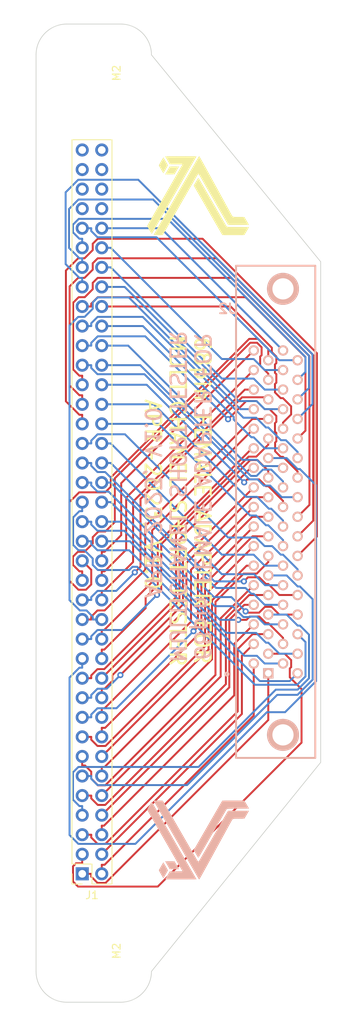
<source format=kicad_pcb>
(kicad_pcb (version 20221018) (generator pcbnew)
  (layers (0 "F.Cu" signal) (31 "B.Cu" signal) (34 "B.Paste" user) (35 "F.Paste" user) (36 "B.SilkS" user "B.Silkscreen") (37 "F.SilkS" user "F.Silkscreen") (38 "B.Mask" user) (39 "F.Mask" user) (44 "Edge.Cuts" user))
  (net 0 "")
  (net 1 "CH01")
  (net 2 "CH02")
  (net 3 "CH03")
  (net 4 "CH04")
  (net 5 "CH05")
  (net 6 "CH06")
  (net 7 "CH07")
  (net 8 "CH08")
  (net 9 "CH09")
  (net 10 "CH10")
  (net 11 "CH11")
  (net 12 "CH12")
  (net 13 "CH13")
  (net 14 "CH14")
  (net 15 "CH15")
  (net 16 "CH16")
  (net 17 "CH17")
  (net 18 "CH18")
  (net 19 "CH19")
  (net 20 "CH20")
  (net 21 "CH21")
  (net 22 "CH22")
  (net 23 "CH23")
  (net 24 "CH24")
  (net 25 "CH25")
  (net 26 "CH26")
  (net 27 "CH27")
  (net 28 "CH28")
  (net 29 "CH29")
  (net 30 "CH30")
  (net 31 "CH31")
  (net 32 "CH32")
  (net 33 "CH33")
  (net 34 "CH34")
  (net 35 "CH35")
  (net 36 "CH36")
  (net 37 "CH37")
  (net 38 "CH38")
  (net 39 "CH39")
  (net 40 "CH40")
  (net 41 "CH41")
  (net 42 "CH42")
  (net 43 "CH43")
  (net 44 "CH44")
  (net 45 "CH45")
  (net 46 "CH46")
  (net 47 "CH47")
  (net 48 "CH48")
  (net 49 "CH49")
  (net 50 "CH50")
  (net 51 "CH51")
  (net 52 "CH52")
  (net 53 "CH53")
  (net 54 "CH54")
  (net 55 "CH55")
  (net 56 "CH56")
  (net 57 "CH57")
  (net 58 "CH58")
  (net 59 "CH59")
  (net 60 "CH60")
  (net 61 "CH61")
  (net 62 "CH62")
  (net 63 "CH63")
  (net 64 "CH64")
  (net 65 "CH65")
  (net 66 "CH66")
  (net 67 "CH67")
  (net 68 "CH68")
  (net 69 "CH69")
  (net 70 "CH70")
  (net 71 "CH71")
  (net 72 "CH72")
  (net 73 "CH73")
  (net 74 "CH74")
  (net 75 "CH75")
  (net 76 "CH76")
  (footprint "Connector_PinSocket_2.54mm:PinSocket_2x38_P2.54mm_Vertical" (layer "F.Cu") (at 78 134.47 180)
    (fp_text reference "J1")
    (fp_text value "Conn_02x38_Counter_Clockwise")
  )
  (footprint "MountingHole:MountingHole_2.2mm_M2" (layer "F.Cu") (at 79.265 30.5 -90)
    (fp_text reference "M2")
    (fp_text value "MountingHole_2.2mm_M2")
  )
  (footprint "MountingHole:MountingHole_2.2mm_M2" (layer "F.Cu") (at 79.265 144.48 -90)
    (fp_text reference "M2")
    (fp_text value "MountingHole_2.2mm_M2")
  )
  (footprint "skLib:lamda15mm" (layer "F.Cu") (at 93 46.5)
    (fp_text reference "G***" hide)
    (fp_text value "LOGO" hide)
  )
  (footprint "skLib:2-5787394-7_SSC_68pin_RighAngleFemale" (layer "B.Cu") (at 103.1475 84.935 -90)
    (fp_text reference "J2")
    (fp_text value "Conn_02x34_Counter_Clockwise" hide)
  )
  (footprint "skLib:lamda15mm" (layer "B.Cu") (at 93 130)
    (fp_text reference "G***" hide)
    (fp_text value "LOGO" hide)
  )
  (gr_line (start 87 28.14) (end 109 55) (stroke (width 0.1)) (layer "Edge.Cuts"))
  (gr_arc (start 72 28.14) (mid 73.171573 25.311573) (end 76 24.14) (stroke (width 0.1)) (layer "Edge.Cuts"))
  (gr_line (start 109 55) (end 109 120) (stroke (width 0.1)) (layer "Edge.Cuts"))
  (gr_line (start 109 120) (end 87 147.14) (stroke (width 0.1)) (layer "Edge.Cuts"))
  (gr_arc (start 83 24.14) (mid 85.828427 25.311573) (end 87 28.14) (stroke (width 0.1)) (layer "Edge.Cuts"))
  (gr_line (start 83 151.14) (end 76 151.14) (stroke (width 0.1)) (layer "Edge.Cuts"))
  (gr_arc (start 76 151.14) (mid 73.171573 149.968427) (end 72 147.14) (stroke (width 0.1)) (layer "Edge.Cuts"))
  (gr_line (start 83 24.14) (end 76 24.14) (stroke (width 0.1)) (layer "Edge.Cuts"))
  (gr_arc (start 87 147.14) (mid 85.828427 149.968427) (end 83 151.14) (stroke (width 0.1)) (layer "Edge.Cuts"))
  (gr_line (start 72 28.14) (end 72 147.14) (stroke (width 0.1)) (layer "Edge.Cuts"))
  (gr_text "68pin FEMALE ADAPTER FOR\nMULTICHANEL SHORT TESTER\nAPR-2023, V1.0 " (at 86 85.5 -90) (layer "B.SilkS") (effects (font (size 2 2) (thickness 0.3)) (justify bottom mirror)))
  (gr_text "68pin FEMALE ADAPTER FOR\nMULTICHANEL SHORT TESTER\nAPR-2023, V1.0 " (at 86 86 270) (layer "F.SilkS") (effects (font (size 2 2) (thickness 0.3)) (justify bottom)))
  (segment (start 79.1751 134.8372) (end 79.9869 135.649) (width 0.25) (layer "F.Cu") (net 1))
  (segment (start 102.19 114.493) (end 102.19 108.43) (width 0.25) (layer "F.Cu") (net 1))
  (segment (start 79.9869 135.649) (end 81.034 135.649) (width 0.25) (layer "F.Cu") (net 1))
  (segment (start 78 134.47) (end 79.1751 134.47) (width 0.25) (layer "F.Cu") (net 1))
  (segment (start 79.1751 134.47) (end 79.1751 134.8372) (width 0.25) (layer "F.Cu") (net 1))
  (segment (start 81.034 135.649) (end 102.19 114.493) (width 0.25) (layer "F.Cu") (net 1))
  (segment (start 80.54 134.47) (end 80.54 133.2949) (width 0.25) (layer "F.Cu") (net 2))
  (segment (start 100.295 113.9071) (end 100.295 107.16) (width 0.25) (layer "F.Cu") (net 2))
  (segment (start 80.54 133.2949) (end 80.9072 133.2949) (width 0.25) (layer "F.Cu") (net 2))
  (segment (start 80.9072 133.2949) (end 100.295 113.9071) (width 0.25) (layer "F.Cu") (net 2))
  (segment (start 105.165 106.7286) (end 104.3264 105.89) (width 0.25) (layer "F.Cu") (net 3))
  (segment (start 104.9816 107.8115) (end 105.165 107.6281) (width 0.25) (layer "F.Cu") (net 3))
  (segment (start 76.8043 133.4929) (end 76.8043 135.4687) (width 0.25) (layer "F.Cu") (net 3))
  (segment (start 76.8043 135.4687) (end 77.4603 136.1247) (width 0.25) (layer "F.Cu") (net 3))
  (segment (start 104.9816 108.9495) (end 104.9816 107.8115) (width 0.25) (layer "F.Cu") (net 3))
  (segment (start 106.5118 117.4346) (end 106.5118 110.4797) (width 0.25) (layer "F.Cu") (net 3))
  (segment (start 77.1921 133.1051) (end 76.8043 133.4929) (width 0.25) (layer "F.Cu") (net 3))
  (segment (start 78 131.93) (end 78 133.1051) (width 0.25) (layer "F.Cu") (net 3))
  (segment (start 105.165 107.6281) (end 105.165 106.7286) (width 0.25) (layer "F.Cu") (net 3))
  (segment (start 77.4603 136.1247) (end 87.8217 136.1247) (width 0.25) (layer "F.Cu") (net 3))
  (segment (start 87.8217 136.1247) (end 106.5118 117.4346) (width 0.25) (layer "F.Cu") (net 3))
  (segment (start 78 133.1051) (end 77.1921 133.1051) (width 0.25) (layer "F.Cu") (net 3))
  (segment (start 104.3264 105.89) (end 102.19 105.89) (width 0.25) (layer "F.Cu") (net 3))
  (segment (start 106.5118 110.4797) (end 104.9816 108.9495) (width 0.25) (layer "F.Cu") (net 3))
  (segment (start 98.7552 113.7148) (end 98.7552 106.1598) (width 0.25) (layer "F.Cu") (net 4))
  (segment (start 80.54 131.93) (end 98.7552 113.7148) (width 0.25) (layer "F.Cu") (net 4))
  (segment (start 98.7552 106.1598) (end 100.295 104.62) (width 0.25) (layer "F.Cu") (net 4))
  (segment (start 98.2109 113.3811) (end 98.2109 105.2896) (width 0.25) (layer "F.Cu") (net 5))
  (segment (start 79.1751 129.39) (end 79.1751 129.7572) (width 0.25) (layer "F.Cu") (net 5))
  (segment (start 80.0022 130.5843) (end 81.0077 130.5843) (width 0.25) (layer "F.Cu") (net 5))
  (segment (start 79.1751 129.7572) (end 80.0022 130.5843) (width 0.25) (layer "F.Cu") (net 5))
  (segment (start 100.1505 103.35) (end 102.19 103.35) (width 0.25) (layer "F.Cu") (net 5))
  (segment (start 98.2109 105.2896) (end 100.1505 103.35) (width 0.25) (layer "F.Cu") (net 5))
  (segment (start 78 129.39) (end 79.1751 129.39) (width 0.25) (layer "F.Cu") (net 5))
  (segment (start 81.0077 130.5843) (end 98.2109 113.3811) (width 0.25) (layer "F.Cu") (net 5))
  (segment (start 97.7607 111.2933) (end 80.8391 128.2149) (width 0.25) (layer "F.Cu") (net 6))
  (segment (start 80.54 129.39) (end 80.54 128.2149) (width 0.25) (layer "F.Cu") (net 6))
  (segment (start 100.295 102.08) (end 97.7607 104.6143) (width 0.25) (layer "F.Cu") (net 6))
  (segment (start 97.7607 104.6143) (end 97.7607 111.2933) (width 0.25) (layer "F.Cu") (net 6))
  (segment (start 80.8391 128.2149) (end 80.54 128.2149) (width 0.25) (layer "F.Cu") (net 6))
  (segment (start 104.5775 100.81) (end 106.0068 102.2393) (width 0.25) (layer "B.Cu") (net 7))
  (segment (start 77.6328 125.6749) (end 78 125.6749) (width 0.25) (layer "B.Cu") (net 7))
  (segment (start 106.0068 102.2393) (end 106.3036 102.2393) (width 0.25) (layer "B.Cu") (net 7))
  (segment (start 106.3036 102.2393) (end 107.4788 103.4145) (width 0.25) (layer "B.Cu") (net 7))
  (segment (start 76.802 121.2917) (end 76.802 124.8441) (width 0.25) (layer "B.Cu") (net 7))
  (segment (start 107.4788 103.4145) (end 107.4788 109.0821) (width 0.25) (layer "B.Cu") (net 7))
  (segment (start 77.4989 120.5948) (end 76.802 121.2917) (width 0.25) (layer "B.Cu") (net 7))
  (segment (start 103.165 110.555) (end 93.1252 120.5948) (width 0.25) (layer "B.Cu") (net 7))
  (segment (start 106.0059 110.555) (end 103.165 110.555) (width 0.25) (layer "B.Cu") (net 7))
  (segment (start 93.1252 120.5948) (end 77.4989 120.5948) (width 0.25) (layer "B.Cu") (net 7))
  (segment (start 107.4788 109.0821) (end 106.0059 110.555) (width 0.25) (layer "B.Cu") (net 7))
  (segment (start 76.802 124.8441) (end 77.6328 125.6749) (width 0.25) (layer "B.Cu") (net 7))
  (segment (start 102.19 100.81) (end 104.5775 100.81) (width 0.25) (layer "B.Cu") (net 7))
  (segment (start 78 126.85) (end 78 125.6749) (width 0.25) (layer "B.Cu") (net 7))
  (segment (start 100.295 99.54) (end 99.0705 99.54) (width 0.25) (layer "F.Cu") (net 8))
  (segment (start 99.0705 99.54) (end 97.1244 101.4861) (width 0.25) (layer "F.Cu") (net 8))
  (segment (start 97.1244 101.4861) (end 97.1244 110.2656) (width 0.25) (layer "F.Cu") (net 8))
  (segment (start 97.1244 110.2656) (end 80.54 126.85) (width 0.25) (layer "F.Cu") (net 8))
  (segment (start 99.7024 98.27) (end 96.6743 101.2981) (width 0.25) (layer "F.Cu") (net 9))
  (segment (start 80.0232 125.5253) (end 79.1751 124.6772) (width 0.25) (layer "F.Cu") (net 9))
  (segment (start 96.6743 101.2981) (end 96.6743 109.8415) (width 0.25) (layer "F.Cu") (net 9))
  (segment (start 102.19 98.27) (end 99.7024 98.27) (width 0.25) (layer "F.Cu") (net 9))
  (segment (start 80.9905 125.5253) (end 80.0232 125.5253) (width 0.25) (layer "F.Cu") (net 9))
  (segment (start 79.1751 124.6772) (end 79.1751 124.31) (width 0.25) (layer "F.Cu") (net 9))
  (segment (start 96.6743 109.8415) (end 80.9905 125.5253) (width 0.25) (layer "F.Cu") (net 9))
  (segment (start 78 124.31) (end 79.1751 124.31) (width 0.25) (layer "F.Cu") (net 9))
  (segment (start 95.9991 101.2959) (end 100.295 97) (width 0.25) (layer "F.Cu") (net 10))
  (segment (start 80.54 124.31) (end 95.9991 108.8509) (width 0.25) (layer "F.Cu") (net 10))
  (segment (start 95.9991 108.8509) (end 95.9991 101.2959) (width 0.25) (layer "F.Cu") (net 10))
  (segment (start 79.1751 121.77) (end 79.1751 122.1372) (width 0.25) (layer "B.Cu") (net 11))
  (segment (start 106.3036 97.1593) (end 106.0068 97.1593) (width 0.25) (layer "B.Cu") (net 11))
  (segment (start 78 121.77) (end 79.1751 121.77) (width 0.25) (layer "B.Cu") (net 11))
  (segment (start 107.9545 109.2632) (end 107.9545 98.8102) (width 0.25) (layer "B.Cu") (net 11))
  (segment (start 107.9545 98.8102) (end 106.3036 97.1593) (width 0.25) (layer "B.Cu") (net 11))
  (segment (start 79.1751 122.1372) (end 79.988 122.9501) (width 0.25) (layer "B.Cu") (net 11))
  (segment (start 79.988 122.9501) (end 91.6313 122.9501) (width 0.25) (layer "B.Cu") (net 11))
  (segment (start 106.0068 97.1593) (end 104.5775 95.73) (width 0.25) (layer "B.Cu") (net 11))
  (segment (start 105.9876 111.2301) (end 107.9545 109.2632) (width 0.25) (layer "B.Cu") (net 11))
  (segment (start 104.5775 95.73) (end 102.19 95.73) (width 0.25) (layer "B.Cu") (net 11))
  (segment (start 103.3513 111.2301) (end 105.9876 111.2301) (width 0.25) (layer "B.Cu") (net 11))
  (segment (start 91.6313 122.9501) (end 103.3513 111.2301) (width 0.25) (layer "B.Cu") (net 11))
  (segment (start 80.9072 120.5949) (end 80.54 120.5949) (width 0.25) (layer "F.Cu") (net 12))
  (segment (start 80.54 121.77) (end 80.54 120.5949) (width 0.25) (layer "F.Cu") (net 12))
  (segment (start 94.8739 98.9575) (end 94.8739 106.6282) (width 0.25) (layer "F.Cu") (net 12))
  (segment (start 100.295 94.46) (end 99.3714 94.46) (width 0.25) (layer "F.Cu") (net 12))
  (segment (start 99.3714 94.46) (end 94.8739 98.9575) (width 0.25) (layer "F.Cu") (net 12))
  (segment (start 94.8739 106.6282) (end 80.9072 120.5949) (width 0.25) (layer "F.Cu") (net 12))
  (segment (start 98.9894 95.4915) (end 95.3241 99.1568) (width 0.25) (layer "F.Cu") (net 13))
  (segment (start 95.3241 99.1568) (end 95.3241 108.6482) (width 0.25) (layer "F.Cu") (net 13))
  (segment (start 102.19 93.19) (end 102.19 93.9876) (width 0.25) (layer "F.Cu") (net 13))
  (segment (start 102.19 93.9876) (end 100.6861 95.4915) (width 0.25) (layer "F.Cu") (net 13))
  (segment (start 95.3241 108.6482) (end 80.987 122.9853) (width 0.25) (layer "F.Cu") (net 13))
  (segment (start 78.3673 120.4051) (end 78 120.4051) (width 0.25) (layer "F.Cu") (net 13))
  (segment (start 79.1751 121.2129) (end 78.3673 120.4051) (width 0.25) (layer "F.Cu") (net 13))
  (segment (start 80.987 122.9853) (end 80.0544 122.9853) (width 0.25) (layer "F.Cu") (net 13))
  (segment (start 79.1751 122.106) (end 79.1751 121.2129) (width 0.25) (layer "F.Cu") (net 13))
  (segment (start 78 119.23) (end 78 120.4051) (width 0.25) (layer "F.Cu") (net 13))
  (segment (start 80.0544 122.9853) (end 79.1751 122.106) (width 0.25) (layer "F.Cu") (net 13))
  (segment (start 100.6861 95.4915) (end 98.9894 95.4915) (width 0.25) (layer "F.Cu") (net 13))
  (segment (start 94.4238 97.7912) (end 94.4238 105.3462) (width 0.25) (layer "F.Cu") (net 14))
  (segment (start 100.295 91.92) (end 94.4238 97.7912) (width 0.25) (layer "F.Cu") (net 14))
  (segment (start 94.4238 105.3462) (end 80.54 119.23) (width 0.25) (layer "F.Cu") (net 14))
  (segment (start 79.9879 117.87) (end 81.0239 117.87) (width 0.25) (layer "F.Cu") (net 15))
  (segment (start 93.9736 104.9203) (end 93.9736 96.8194) (width 0.25) (layer "F.Cu") (net 15))
  (segment (start 100.143 90.65) (end 102.19 90.65) (width 0.25) (layer "F.Cu") (net 15))
  (segment (start 79.1751 117.0572) (end 79.9879 117.87) (width 0.25) (layer "F.Cu") (net 15))
  (segment (start 81.0239 117.87) (end 93.9736 104.9203) (width 0.25) (layer "F.Cu") (net 15))
  (segment (start 78 116.69) (end 79.1751 116.69) (width 0.25) (layer "F.Cu") (net 15))
  (segment (start 93.9736 96.8194) (end 100.143 90.65) (width 0.25) (layer "F.Cu") (net 15))
  (segment (start 79.1751 116.69) (end 79.1751 117.0572) (width 0.25) (layer "F.Cu") (net 15))
  (segment (start 93.493 103.0026) (end 93.493 96.182) (width 0.25) (layer "F.Cu") (net 16))
  (segment (start 93.493 96.182) (end 100.295 89.38) (width 0.25) (layer "F.Cu") (net 16))
  (segment (start 80.9807 115.5149) (end 93.493 103.0026) (width 0.25) (layer "F.Cu") (net 16))
  (segment (start 80.54 116.69) (end 80.54 115.5149) (width 0.25) (layer "F.Cu") (net 16))
  (segment (start 80.54 115.5149) (end 80.9807 115.5149) (width 0.25) (layer "F.Cu") (net 16))
  (segment (start 100.1161 88.11) (end 102.19 88.11) (width 0.25) (layer "F.Cu") (net 17))
  (segment (start 93.0429 102.3905) (end 93.0429 95.1832) (width 0.25) (layer "F.Cu") (net 17))
  (segment (start 93.0429 95.1832) (end 100.1161 88.11) (width 0.25) (layer "F.Cu") (net 17))
  (segment (start 92.467 102.9664) (end 93.0429 102.3905) (width 0.25) (layer "F.Cu") (net 17))
  (via (at 92.467 102.9664) (size 0.8) (drill 0.4) (layers "F.Cu" "B.Cu") (net 17))
  (segment (start 78 114.15) (end 79.1751 114.15) (width 0.25) (layer "B.Cu") (net 17))
  (segment (start 79.9829 112.9749) (end 82.4585 112.9749) (width 0.25) (layer "B.Cu") (net 17))
  (segment (start 79.1751 113.7827) (end 79.9829 112.9749) (width 0.25) (layer "B.Cu") (net 17))
  (segment (start 79.1751 114.15) (end 79.1751 113.7827) (width 0.25) (layer "B.Cu") (net 17))
  (segment (start 82.4585 112.9749) (end 92.467 102.9664) (width 0.25) (layer "B.Cu") (net 17))
  (segment (start 92.1427 101.7394) (end 92.1427 94.9923) (width 0.25) (layer "F.Cu") (net 18))
  (segment (start 92.1427 94.9923) (end 100.295 86.84) (width 0.25) (layer "F.Cu") (net 18))
  (segment (start 80.54 114.15) (end 80.54 112.9749) (width 0.25) (layer "F.Cu") (net 18))
  (segment (start 80.9072 112.9749) (end 92.1427 101.7394) (width 0.25) (layer "F.Cu") (net 18))
  (segment (start 80.54 112.9749) (end 80.9072 112.9749) (width 0.25) (layer "F.Cu") (net 18))
  (segment (start 91.5434 100.0804) (end 91.5434 94.1132) (width 0.25) (layer "F.Cu") (net 19))
  (segment (start 91.5434 94.1132) (end 100.0866 85.57) (width 0.25) (layer "F.Cu") (net 19))
  (segment (start 82.9628 108.661) (end 91.5434 100.0804) (width 0.25) (layer "F.Cu") (net 19))
  (segment (start 100.0866 85.57) (end 102.19 85.57) (width 0.25) (layer "F.Cu") (net 19))
  (via (at 82.9628 108.661) (size 0.8) (drill 0.4) (layers "F.Cu" "B.Cu") (net 19))
  (segment (start 79.1751 111.61) (end 79.1751 111.2427) (width 0.25) (layer "B.Cu") (net 19))
  (segment (start 81.1889 110.4349) (end 82.9628 108.661) (width 0.25) (layer "B.Cu") (net 19))
  (segment (start 79.1751 111.2427) (end 79.9829 110.4349) (width 0.25) (layer "B.Cu") (net 19))
  (segment (start 78 111.61) (end 79.1751 111.61) (width 0.25) (layer "B.Cu") (net 19))
  (segment (start 79.9829 110.4349) (end 81.1889 110.4349) (width 0.25) (layer "B.Cu") (net 19))
  (segment (start 91.0932 93.5018) (end 91.0932 99.5052) (width 0.25) (layer "F.Cu") (net 20))
  (segment (start 91.0932 99.5052) (end 81.9119 108.6865) (width 0.25) (layer "F.Cu") (net 20))
  (segment (start 100.295 84.3) (end 91.0932 93.5018) (width 0.25) (layer "F.Cu") (net 20))
  (segment (start 81.9119 109.4302) (end 80.9072 110.4349) (width 0.25) (layer "F.Cu") (net 20))
  (segment (start 81.9119 108.6865) (end 81.9119 109.4302) (width 0.25) (layer "F.Cu") (net 20))
  (segment (start 80.9072 110.4349) (end 80.54 110.4349) (width 0.25) (layer "F.Cu") (net 20))
  (segment (start 80.54 111.61) (end 80.54 110.4349) (width 0.25) (layer "F.Cu") (net 20))
  (segment (start 90.1929 90.4064) (end 99.8442 80.7551) (width 0.25) (layer "F.Cu") (net 21))
  (segment (start 100.7952 80.7551) (end 102.19 82.1499) (width 0.25) (layer "F.Cu") (net 21))
  (segment (start 80.8615 107.8949) (end 90.1929 98.5635) (width 0.25) (layer "F.Cu") (net 21))
  (segment (start 90.1929 98.5635) (end 90.1929 90.4064) (width 0.25) (layer "F.Cu") (net 21))
  (segment (start 99.8442 80.7551) (end 100.7952 80.7551) (width 0.25) (layer "F.Cu") (net 21))
  (segment (start 102.19 82.1499) (end 102.19 83.03) (width 0.25) (layer "F.Cu") (net 21))
  (segment (start 78 109.07) (end 79.1751 109.07) (width 0.25) (layer "F.Cu") (net 21))
  (segment (start 79.1751 109.07) (end 79.1751 108.7027) (width 0.25) (layer "F.Cu") (net 21))
  (segment (start 79.9829 107.8949) (end 80.8615 107.8949) (width 0.25) (layer "F.Cu") (net 21))
  (segment (start 79.1751 108.7027) (end 79.9829 107.8949) (width 0.25) (layer "F.Cu") (net 21))
  (segment (start 90.643 98.967) (end 90.643 91.03) (width 0.25) (layer "F.Cu") (net 22))
  (segment (start 80.54 109.07) (end 90.643 98.967) (width 0.25) (layer "F.Cu") (net 22))
  (segment (start 99.913 81.76) (end 100.295 81.76) (width 0.25) (layer "F.Cu") (net 22))
  (segment (start 90.643 91.03) (end 99.913 81.76) (width 0.25) (layer "F.Cu") (net 22))
  (segment (start 77.4992 130.5812) (end 84.9087 130.5812) (width 0.25) (layer "B.Cu") (net 23))
  (segment (start 104.5775 80.49) (end 102.19 80.49) (width 0.25) (layer "B.Cu") (net 23))
  (segment (start 78 107.7051) (end 77.6328 107.7051) (width 0.25) (layer "B.Cu") (net 23))
  (segment (start 76.3518 108.9861) (end 76.3518 129.4338) (width 0.25) (layer "B.Cu") (net 23))
  (segment (start 108.4047 84.0204) (end 106.3036 81.9193) (width 0.25) (layer "B.Cu") (net 23))
  (segment (start 106.0068 81.9193) (end 104.5775 80.49) (width 0.25) (layer "B.Cu") (net 23))
  (segment (start 78 106.53) (end 78 107.7051) (width 0.25) (layer "B.Cu") (net 23))
  (segment (start 104.3678 113.4866) (end 108.4047 109.4497) (width 0.25) (layer "B.Cu") (net 23))
  (segment (start 77.6328 107.7051) (end 76.3518 108.9861) (width 0.25) (layer "B.Cu") (net 23))
  (segment (start 102.0033 113.4866) (end 104.3678 113.4866) (width 0.25) (layer "B.Cu") (net 23))
  (segment (start 76.3518 129.4338) (end 77.4992 130.5812) (width 0.25) (layer "B.Cu") (net 23))
  (segment (start 106.3036 81.9193) (end 106.0068 81.9193) (width 0.25) (layer "B.Cu") (net 23))
  (segment (start 108.4047 109.4497) (end 108.4047 84.0204) (width 0.25) (layer "B.Cu") (net 23))
  (segment (start 84.9087 130.5812) (end 102.0033 113.4866) (width 0.25) (layer "B.Cu") (net 23))
  (segment (start 86.2428 99.9829) (end 80.8708 105.3549) (width 0.25) (layer "F.Cu") (net 24))
  (segment (start 87.8227 91.476) (end 87.8227 97.0001) (width 0.25) (layer "F.Cu") (net 24))
  (segment (start 80.54 106.53) (end 80.54 105.3549) (width 0.25) (layer "F.Cu") (net 24))
  (segment (start 100.295 79.22) (end 100.0787 79.22) (width 0.25) (layer "F.Cu") (net 24))
  (segment (start 80.8708 105.3549) (end 80.54 105.3549) (width 0.25) (layer "F.Cu") (net 24))
  (segment (start 87.8227 97.0001) (end 86.2428 98.58) (width 0.25) (layer "F.Cu") (net 24))
  (segment (start 86.2428 98.58) (end 86.2428 99.9829) (width 0.25) (layer "F.Cu") (net 24))
  (segment (start 100.0787 79.22) (end 87.8227 91.476) (width 0.25) (layer "F.Cu") (net 24))
  (segment (start 100.6327 80.3049) (end 102.19 78.7476) (width 0.25) (layer "F.Cu") (net 25))
  (segment (start 88.2729 97.7046) (end 88.2729 91.6625) (width 0.25) (layer "F.Cu") (net 25))
  (segment (start 102.19 78.7476) (end 102.19 77.95) (width 0.25) (layer "F.Cu") (net 25))
  (segment (start 88.2729 91.6625) (end 99.6305 80.3049) (width 0.25) (layer "F.Cu") (net 25))
  (segment (start 87.7237 98.2538) (end 88.2729 97.7046) (width 0.25) (layer "F.Cu") (net 25))
  (segment (start 99.6305 80.3049) (end 100.6327 80.3049) (width 0.25) (layer "F.Cu") (net 25))
  (via (at 87.7237 98.2538) (size 0.8) (drill 0.4) (layers "F.Cu" "B.Cu") (net 25))
  (segment (start 79.1751 103.6227) (end 79.9829 102.8149) (width 0.25) (layer "B.Cu") (net 25))
  (segment (start 79.9829 102.8149) (end 83.1626 102.8149) (width 0.25) (layer "B.Cu") (net 25))
  (segment (start 83.1626 102.8149) (end 87.7237 98.2538) (width 0.25) (layer "B.Cu") (net 25))
  (segment (start 78 103.99) (end 79.1751 103.99) (width 0.25) (layer "B.Cu") (net 25))
  (segment (start 79.1751 103.99) (end 79.1751 103.6227) (width 0.25) (layer "B.Cu") (net 25))
  (segment (start 80.54 102.8149) (end 80.8517 102.8149) (width 0.25) (layer "F.Cu") (net 26))
  (segment (start 87.0934 89.8816) (end 100.295 76.68) (width 0.25) (layer "F.Cu") (net 26))
  (segment (start 80.54 103.99) (end 80.54 102.8149) (width 0.25) (layer "F.Cu") (net 26))
  (segment (start 80.8517 102.8149) (end 87.0934 96.5732) (width 0.25) (layer "F.Cu") (net 26))
  (segment (start 87.0934 96.5732) (end 87.0934 89.8816) (width 0.25) (layer "F.Cu") (net 26))
  (segment (start 86.1932 94.9939) (end 80.9122 100.2749) (width 0.25) (layer "F.Cu") (net 27))
  (segment (start 102.19 75.41) (end 100.121 75.41) (width 0.25) (layer "F.Cu") (net 27))
  (segment (start 79.9829 100.2749) (end 79.1751 101.0827) (width 0.25) (layer "F.Cu") (net 27))
  (segment (start 100.121 75.41) (end 86.1932 89.3378) (width 0.25) (layer "F.Cu") (net 27))
  (segment (start 80.9122 100.2749) (end 79.9829 100.2749) (width 0.25) (layer "F.Cu") (net 27))
  (segment (start 78 101.45) (end 79.1751 101.45) (width 0.25) (layer "F.Cu") (net 27))
  (segment (start 86.1932 89.3378) (end 86.1932 94.9939) (width 0.25) (layer "F.Cu") (net 27))
  (segment (start 79.1751 101.0827) (end 79.1751 101.45) (width 0.25) (layer "F.Cu") (net 27))
  (segment (start 76.347 98.9381) (end 76.347 63.2822) (width 0.25) (layer "B.Cu") (net 28))
  (segment (start 79.3649 101.45) (end 79.3649 101.0827) (width 0.25) (layer "B.Cu") (net 28))
  (segment (start 98.5639 74.14) (end 100.295 74.14) (width 0.25) (layer "B.Cu") (net 28))
  (segment (start 80.0161 59.633) (end 84.0569 59.633) (width 0.25) (layer "B.Cu") (net 28))
  (segment (start 78.5571 100.2749) (end 77.6838 100.2749) (width 0.25) (layer "B.Cu") (net 28))
  (segment (start 79.3648 60.2843) (end 80.0161 59.633) (width 0.25) (layer "B.Cu") (net 28))
  (segment (start 79.3648 61.1093) (end 79.3648 60.2843) (width 0.25) (layer "B.Cu") (net 28))
  (segment (start 84.0569 59.633) (end 98.5639 74.14) (width 0.25) (layer "B.Cu") (net 28))
  (segment (start 77.6838 100.2749) (end 76.347 98.9381) (width 0.25) (layer "B.Cu") (net 28))
  (segment (start 77.4733 62.1559) (end 78.3182 62.1559) (width 0.25) (layer "B.Cu") (net 28))
  (segment (start 76.347 63.2822) (end 77.4733 62.1559) (width 0.25) (layer "B.Cu") (net 28))
  (segment (start 78.3182 62.1559) (end 79.3648 61.1093) (width 0.25) (layer "B.Cu") (net 28))
  (segment (start 79.3649 101.0827) (end 78.5571 100.2749) (width 0.25) (layer "B.Cu") (net 28))
  (segment (start 80.54 101.45) (end 79.3649 101.45) (width 0.25) (layer "B.Cu") (net 28))
  (segment (start 85.5789 94.5827) (end 85.5789 85.8048) (width 0.25) (layer "F.Cu") (net 29))
  (segment (start 84.8329 95.3287) (end 85.5789 94.5827) (width 0.25) (layer "F.Cu") (net 29))
  (segment (start 98.7835 72.6002) (end 101.9202 72.6002) (width 0.25) (layer "F.Cu") (net 29))
  (segment (start 85.5789 85.8048) (end 98.7835 72.6002) (width 0.25) (layer "F.Cu") (net 29))
  (segment (start 101.9202 72.6002) (end 102.19 72.87) (width 0.25) (layer "F.Cu") (net 29))
  (via (at 84.8329 95.3287) (size 0.8) (drill 0.4) (layers "F.Cu" "B.Cu") (net 29))
  (segment (start 79.1751 98.5427) (end 79.9829 97.7349) (width 0.25) (layer "B.Cu") (net 29))
  (segment (start 82.4267 97.7349) (end 84.8329 95.3287) (width 0.25) (layer "B.Cu") (net 29))
  (segment (start 79.9829 97.7349) (end 82.4267 97.7349) (width 0.25) (layer "B.Cu") (net 29))
  (segment (start 78 98.91) (end 79.1751 98.91) (width 0.25) (layer "B.Cu") (net 29))
  (segment (start 79.1751 98.91) (end 79.1751 98.5427) (width 0.25) (layer "B.Cu") (net 29))
  (segment (start 84.6156 93.9823) (end 84.6156 86.1315) (width 0.25) (layer "F.Cu") (net 30))
  (segment (start 80.54 98.91) (end 80.54 97.7349) (width 0.25) (layer "F.Cu") (net 30))
  (segment (start 99.1471 71.6) (end 100.295 71.6) (width 0.25) (layer "F.Cu") (net 30))
  (segment (start 80.863 97.7349) (end 84.6156 93.9823) (width 0.25) (layer "F.Cu") (net 30))
  (segment (start 80.54 97.7349) (end 80.863 97.7349) (width 0.25) (layer "F.Cu") (net 30))
  (segment (start 84.6156 86.1315) (end 99.1471 71.6) (width 0.25) (layer "F.Cu") (net 30))
  (segment (start 78 96.37) (end 78 95.1949) (width 0.25) (layer "F.Cu") (net 31))
  (segment (start 82.2333 83.1243) (end 99.8428 65.5148) (width 0.25) (layer "F.Cu") (net 31))
  (segment (start 101.1338 68.4762) (end 102.19 69.5324) (width 0.25) (layer "F.Cu") (net 31))
  (segment (start 80.1091 90.02) (end 81.0126 90.02) (width 0.25) (layer "F.Cu") (net 31))
  (segment (start 79.3648 90.7643) (end 80.1091 90.02) (width 0.25) (layer "F.Cu") (net 31))
  (segment (start 102.19 69.5324) (end 102.19 70.33) (width 0.25) (layer "F.Cu") (net 31))
  (segment (start 81.0126 90.02) (end 82.2333 88.7993) (width 0.25) (layer "F.Cu") (net 31))
  (segment (start 82.2333 88.7993) (end 82.2333 83.1243) (width 0.25) (layer "F.Cu") (net 31))
  (segment (start 78 95.1949) (end 77.6328 95.1949) (width 0.25) (layer "F.Cu") (net 31))
  (segment (start 79.3648 91.5893) (end 79.3648 90.7643) (width 0.25) (layer "F.Cu") (net 31))
  (segment (start 101.3195 66.1096) (end 101.3195 67.1325) (width 0.25) (layer "F.Cu") (net 31))
  (segment (start 76.7969 93.297) (end 77.439 92.6549) (width 0.25) (layer "F.Cu") (net 31))
  (segment (start 99.8428 65.5148) (end 100.7247 65.5148) (width 0.25) (layer "F.Cu") (net 31))
  (segment (start 101.1338 67.3182) (end 101.1338 68.4762) (width 0.25) (layer "F.Cu") (net 31))
  (segment (start 78.2992 92.6549) (end 79.3648 91.5893) (width 0.25) (layer "F.Cu") (net 31))
  (segment (start 76.7969 94.359) (end 76.7969 93.297) (width 0.25) (layer "F.Cu") (net 31))
  (segment (start 77.6328 95.1949) (end 76.7969 94.359) (width 0.25) (layer "F.Cu") (net 31))
  (segment (start 77.439 92.6549) (end 78.2992 92.6549) (width 0.25) (layer "F.Cu") (net 31))
  (segment (start 100.7247 65.5148) (end 101.3195 66.1096) (width 0.25) (layer "F.Cu") (net 31))
  (segment (start 101.3195 67.1325) (end 101.1338 67.3182) (width 0.25) (layer "F.Cu") (net 31))
  (segment (start 80.54 95.1949) (end 80.9072 95.1949) (width 0.25) (layer "F.Cu") (net 32))
  (segment (start 83.7154 85.6396) (end 100.295 69.06) (width 0.25) (layer "F.Cu") (net 32))
  (segment (start 83.7154 92.3867) (end 83.7154 85.6396) (width 0.25) (layer "F.Cu") (net 32))
  (segment (start 80.54 96.37) (end 80.54 95.1949) (width 0.25) (layer "F.Cu") (net 32))
  (segment (start 80.9072 95.1949) (end 83.7154 92.3867) (width 0.25) (layer "F.Cu") (net 32))
  (segment (start 78 93.83) (end 79.1752 95.0052) (width 0.25) (layer "F.Cu") (net 33))
  (segment (start 81.7152 83.0057) (end 99.7071 65.0138) (width 0.25) (layer "F.Cu") (net 33))
  (segment (start 78.4871 97.5838) (end 77.5109 97.5838) (width 0.25) (layer "F.Cu") (net 33))
  (segment (start 77.6042 84.94) (end 80.9861 84.94) (width 0.25) (layer "F.Cu") (net 33))
  (segment (start 81.7152 84.2109) (end 81.7152 83.0057) (width 0.25) (layer "F.Cu") (net 33))
  (segment (start 76.3467 96.4196) (end 76.3467 86.1975) (width 0.25) (layer "F.Cu") (net 33))
  (segment (start 102.19 66.3434) (end 102.19 67.79) (width 0.25) (layer "F.Cu") (net 33))
  (segment (start 79.1752 95.0052) (end 79.1752 96.8957) (width 0.25) (layer "F.Cu") (net 33))
  (segment (start 100.8604 65.0138) (end 102.19 66.3434) (width 0.25) (layer "F.Cu") (net 33))
  (segment (start 79.1752 96.8957) (end 78.4871 97.5838) (width 0.25) (layer "F.Cu") (net 33))
  (segment (start 80.9861 84.94) (end 81.7152 84.2109) (width 0.25) (layer "F.Cu") (net 33))
  (segment (start 76.3467 86.1975) (end 77.6042 84.94) (width 0.25) (layer "F.Cu") (net 33))
  (segment (start 99.7071 65.0138) (end 100.8604 65.0138) (width 0.25) (layer "F.Cu") (net 33))
  (segment (start 77.5109 97.5838) (end 76.3467 96.4196) (width 0.25) (layer "F.Cu") (net 33))
  (segment (start 83.07 90.4921) (end 83.07 83.745) (width 0.25) (layer "F.Cu") (net 34))
  (segment (start 80.54 92.6549) (end 80.9072 92.6549) (width 0.25) (layer "F.Cu") (net 34))
  (segment (start 83.07 83.745) (end 100.295 66.52) (width 0.25) (layer "F.Cu") (net 34))
  (segment (start 80.54 93.83) (end 80.54 92.6549) (width 0.25) (layer "F.Cu") (net 34))
  (segment (start 80.9072 92.6549) (end 83.07 90.4921) (width 0.25) (layer "F.Cu") (net 34))
  (segment (start 106 108.43) (end 104.984 109.446) (width 0.25) (layer "B.Cu") (net 35))
  (segment (start 79.9829 92.4651) (end 79.1751 91.6573) (width 0.25) (layer "B.Cu") (net 35))
  (segment (start 104.984 109.446) (end 101.0899 109.446) (width 0.25) (layer "B.Cu") (net 35))
  (segment (start 101.0899 109.446) (end 84.109 92.4651) (width 0.25) (layer "B.Cu") (net 35))
  (segment (start 84.109 92.4651) (end 79.9829 92.4651) (width 0.25) (layer "B.Cu") (net 35))
  (segment (start 79.1751 91.6573) (end 79.1751 91.29) (width 0.25) (layer "B.Cu") (net 35))
  (segment (start 78 91.29) (end 79.1751 91.29) (width 0.25) (layer "B.Cu") (net 35))
  (segment (start 84.1957 91.29) (end 99.0656 106.1599) (width 0.25) (layer "B.Cu") (net 36))
  (segment (start 100.7092 106.1599) (end 101.7093 107.16) (width 0.25) (layer "B.Cu") (net 36))
  (segment (start 101.7093 107.16) (end 104.105 107.16) (width 0.25) (layer "B.Cu") (net 36))
  (segment (start 81.7151 91.29) (end 84.1957 91.29) (width 0.25) (layer "B.Cu") (net 36))
  (segment (start 80.54 91.29) (end 81.7151 91.29) (width 0.25) (layer "B.Cu") (net 36))
  (segment (start 99.0656 106.1599) (end 100.7092 106.1599) (width 0.25) (layer "B.Cu") (net 36))
  (segment (start 79.1751 88.75) (end 79.1751 89.1173) (width 0.25) (layer "B.Cu") (net 37))
  (segment (start 100.6165 103.1907) (end 101.8865 104.4607) (width 0.25) (layer "B.Cu") (net 37))
  (segment (start 101.8865 104.4607) (end 102.1933 104.4607) (width 0.25) (layer "B.Cu") (net 37))
  (segment (start 79.1751 89.1173) (end 79.9829 89.9251) (width 0.25) (layer "B.Cu") (net 37))
  (segment (start 103.6226 105.89) (end 106 105.89) (width 0.25) (layer "B.Cu") (net 37))
  (segment (start 96.7331 103.1907) (end 100.6165 103.1907) (width 0.25) (layer "B.Cu") (net 37))
  (segment (start 79.9829 89.9251) (end 83.4675 89.9251) (width 0.25) (layer "B.Cu") (net 37))
  (segment (start 78 88.75) (end 79.1751 88.75) (width 0.25) (layer "B.Cu") (net 37))
  (segment (start 83.4675 89.9251) (end 96.7331 103.1907) (width 0.25) (layer "B.Cu") (net 37))
  (segment (start 102.1933 104.4607) (end 103.6226 105.89) (width 0.25) (layer "B.Cu") (net 37))
  (segment (start 98.2909 101.4945) (end 99.3531 101.4945) (width 0.25) (layer "F.Cu") (net 38))
  (segment (start 104.105 103.8324) (end 104.105 104.62) (width 0.25) (layer "F.Cu") (net 38))
  (segment (start 102.1933 101.9207) (end 104.105 103.8324) (width 0.25) (layer "F.Cu") (net 38))
  (segment (start 101.0299 101.0641) (end 101.8865 101.9207) (width 0.25) (layer "F.Cu") (net 38))
  (segment (start 99.7835 101.0641) (end 101.0299 101.0641) (width 0.25) (layer "F.Cu") (net 38))
  (segment (start 99.3531 101.4945) (end 99.7835 101.0641) (width 0.25) (layer "F.Cu") (net 38))
  (segment (start 101.8865 101.9207) (end 102.1933 101.9207) (width 0.25) (layer "F.Cu") (net 38))
  (via (at 98.2909 101.4945) (size 0.8) (drill 0.4) (layers "F.Cu" "B.Cu") (net 38))
  (segment (start 95.8984 101.4945) (end 98.2909 101.4945) (width 0.25) (layer "B.Cu") (net 38))
  (segment (start 83.1539 88.75) (end 95.8984 101.4945) (width 0.25) (layer "B.Cu") (net 38))
  (segment (start 80.54 88.75) (end 83.1539 88.75) (width 0.25) (layer "B.Cu") (net 38))
  (segment (start 100.4501 109.9204) (end 85.1333 94.6036) (width 0.25) (layer "B.Cu") (net 39))
  (segment (start 107.0286 104.3786) (end 107.0286 108.8393) (width 0.25) (layer "B.Cu") (net 39))
  (segment (start 84.5327 94.6036) (end 84.11 95.0263) (width 0.25) (layer "B.Cu") (net 39))
  (segment (start 107.0286 108.8393) (end 105.9475 109.9204) (width 0.25) (layer "B.Cu") (net 39))
  (segment (start 79.3648 93.5307) (end 78.2992 92.4651) (width 0.25) (layer "B.Cu") (net 39))
  (segment (start 77.5132 92.4651) (end 76.8196 91.7715) (width 0.25) (layer "B.Cu") (net 39))
  (segment (start 84.11 95.0263) (end 80.0354 95.0263) (width 0.25) (layer "B.Cu") (net 39))
  (segment (start 79.3648 94.3557) (end 79.3648 93.5307) (width 0.25) (layer "B.Cu") (net 39))
  (segment (start 105.9475 109.9204) (end 100.4501 109.9204) (width 0.25) (layer "B.Cu") (net 39))
  (segment (start 76.8196 91.7715) (end 76.8196 88.1983) (width 0.25) (layer "B.Cu") (net 39))
  (segment (start 106 103.35) (end 107.0286 104.3786) (width 0.25) (layer "B.Cu") (net 39))
  (segment (start 80.0354 95.0263) (end 79.3648 94.3557) (width 0.25) (layer "B.Cu") (net 39))
  (segment (start 78 86.21) (end 78 87.3851) (width 0.25) (layer "B.Cu") (net 39))
  (segment (start 76.8196 88.1983) (end 77.6328 87.3851) (width 0.25) (layer "B.Cu") (net 39))
  (segment (start 85.1333 94.6036) (end 84.5327 94.6036) (width 0.25) (layer "B.Cu") (net 39))
  (segment (start 78.2992 92.4651) (end 77.5132 92.4651) (width 0.25) (layer "B.Cu") (net 39))
  (segment (start 77.6328 87.3851) (end 78 87.3851) (width 0.25) (layer "B.Cu") (net 39))
  (segment (start 98.9566 101.1347) (end 97.5425 99.7206) (width 0.25) (layer "B.Cu") (net 40))
  (segment (start 104.105 102.08) (end 101.7176 102.08) (width 0.25) (layer "B.Cu") (net 40))
  (segment (start 95.2257 99.7206) (end 81.7151 86.21) (width 0.25) (layer "B.Cu") (net 40))
  (segment (start 99.7963 101.1347) (end 98.9566 101.1347) (width 0.25) (layer "B.Cu") (net 40))
  (segment (start 100.7118 101.0742) (end 99.8568 101.0742) (width 0.25) (layer "B.Cu") (net 40))
  (segment (start 97.5425 99.7206) (end 95.2257 99.7206) (width 0.25) (layer "B.Cu") (net 40))
  (segment (start 99.8568 101.0742) (end 99.7963 101.1347) (width 0.25) (layer "B.Cu") (net 40))
  (segment (start 80.54 86.21) (end 81.7151 86.21) (width 0.25) (layer "B.Cu") (net 40))
  (segment (start 101.7176 102.08) (end 100.7118 101.0742) (width 0.25) (layer "B.Cu") (net 40))
  (segment (start 103.6226 100.81) (end 102.6184 99.8058) (width 0.25) (layer "F.Cu") (net 41))
  (segment (start 102.6184 99.8058) (end 101.7502 99.8058) (width 0.25) (layer "F.Cu") (net 41))
  (segment (start 101.7502 99.8058) (end 100.9955 100.5605) (width 0.25) (layer "F.Cu") (net 41))
  (segment (start 99.4081 100.5605) (end 99.242 100.3944) (width 0.25) (layer "F.Cu") (net 41))
  (segment (start 100.9955 100.5605) (end 99.4081 100.5605) (width 0.25) (layer "F.Cu") (net 41))
  (segment (start 106 100.81) (end 103.6226 100.81) (width 0.25) (layer "F.Cu") (net 41))
  (via (at 99.242 100.3944) (size 0.8) (drill 0.4) (layers "F.Cu" "B.Cu") (net 41))
  (segment (start 79.9829 84.8451) (end 81.428 84.8451) (width 0.25) (layer "B.Cu") (net 41))
  (segment (start 81.428 84.8451) (end 95.1231 98.5402) (width 0.25) (layer "B.Cu") (net 41))
  (segment (start 78 83.67) (end 79.1751 83.67) (width 0.25) (layer "B.Cu") (net 41))
  (segment (start 97.3878 98.5402) (end 99.242 100.3944) (width 0.25) (layer "B.Cu") (net 41))
  (segment (start 79.1751 83.67) (end 79.1751 84.0373) (width 0.25) (layer "B.Cu") (net 41))
  (segment (start 79.1751 84.0373) (end 79.9829 84.8451) (width 0.25) (layer "B.Cu") (net 41))
  (segment (start 95.1231 98.5402) (end 97.3878 98.5402) (width 0.25) (layer "B.Cu") (net 41))
  (segment (start 99.9915 98.1107) (end 100.2883 98.1107) (width 0.25) (layer "B.Cu") (net 42))
  (segment (start 80.54 83.67) (end 81.7151 83.67) (width 0.25) (layer "B.Cu") (net 42))
  (segment (start 95.4019 97.3568) (end 99.2376 97.3568) (width 0.25) (layer "B.Cu") (net 42))
  (segment (start 81.7151 83.67) (end 95.4019 97.3568) (width 0.25) (layer "B.Cu") (net 42))
  (segment (start 99.2376 97.3568) (end 99.9915 98.1107) (width 0.25) (layer "B.Cu") (net 42))
  (segment (start 100.2883 98.1107) (end 101.7176 99.54) (width 0.25) (layer "B.Cu") (net 42))
  (segment (start 101.7176 99.54) (end 104.105 99.54) (width 0.25) (layer "B.Cu") (net 42))
  (segment (start 101.0166 95.9708) (end 101.8865 96.8407) (width 0.25) (layer "F.Cu") (net 43))
  (segment (start 101.8865 96.8407) (end 102.1933 96.8407) (width 0.25) (layer "F.Cu") (net 43))
  (segment (start 99.5494 95.9708) (end 101.0166 95.9708) (width 0.25) (layer "F.Cu") (net 43))
  (segment (start 102.1933 96.8407) (end 103.6226 98.27) (width 0.25) (layer "F.Cu") (net 43))
  (segment (start 99.0171 96.5031) (end 99.5494 95.9708) (width 0.25) (layer "F.Cu") (net 43))
  (segment (start 103.6226 98.27) (end 106 98.27) (width 0.25) (layer "F.Cu") (net 43))
  (via (at 99.0171 96.5031) (size 0.8) (drill 0.4) (layers "F.Cu" "B.Cu") (net 43))
  (segment (start 79.1751 81.13) (end 79.1751 81.4973) (width 0.25) (layer "B.Cu") (net 43))
  (segment (start 79.9829 82.3051) (end 80.9869 82.3051) (width 0.25) (layer "B.Cu") (net 43))
  (segment (start 78 81.13) (end 79.1751 81.13) (width 0.25) (layer "B.Cu") (net 43))
  (segment (start 79.1751 81.4973) (end 79.9829 82.3051) (width 0.25) (layer "B.Cu") (net 43))
  (segment (start 80.9869 82.3051) (end 95.1849 96.5031) (width 0.25) (layer "B.Cu") (net 43))
  (segment (start 95.1849 96.5031) (end 99.0171 96.5031) (width 0.25) (layer "B.Cu") (net 43))
  (segment (start 100.3458 95.5707) (end 101.7751 97) (width 0.25) (layer "B.Cu") (net 44))
  (segment (start 80.54 81.13) (end 81.7151 81.13) (width 0.25) (layer "B.Cu") (net 44))
  (segment (start 81.7151 81.13) (end 96.1558 95.5707) (width 0.25) (layer "B.Cu") (net 44))
  (segment (start 96.1558 95.5707) (end 100.3458 95.5707) (width 0.25) (layer "B.Cu") (net 44))
  (segment (start 101.7751 97) (end 104.105 97) (width 0.25) (layer "B.Cu") (net 44))
  (segment (start 102.6908 91.92) (end 103.8015 93.0307) (width 0.25) (layer "B.Cu") (net 45))
  (segment (start 103.8015 93.0307) (end 104.0983 93.0307) (width 0.25) (layer "B.Cu") (net 45))
  (segment (start 78 78.59) (end 79.1751 78.59) (width 0.25) (layer "B.Cu") (net 45))
  (segment (start 96.9634 90.804) (end 100.6016 90.804) (width 0.25) (layer "B.Cu") (net 45))
  (segment (start 104.0983 93.0307) (end 106 94.9324) (width 0.25) (layer "B.Cu") (net 45))
  (segment (start 83.5637 77.4043) (end 96.9634 90.804) (width 0.25) (layer "B.Cu") (net 45))
  (segment (start 79.9936 77.4043) (end 83.5637 77.4043) (width 0.25) (layer "B.Cu") (net 45))
  (segment (start 101.7176 91.92) (end 102.6908 91.92) (width 0.25) (layer "B.Cu") (net 45))
  (segment (start 79.1751 78.59) (end 79.1751 78.2228) (width 0.25) (layer "B.Cu") (net 45))
  (segment (start 79.1751 78.2228) (end 79.9936 77.4043) (width 0.25) (layer "B.Cu") (net 45))
  (segment (start 106 94.9324) (end 106 95.73) (width 0.25) (layer "B.Cu") (net 45))
  (segment (start 100.6016 90.804) (end 101.7176 91.92) (width 0.25) (layer "B.Cu") (net 45))
  (segment (start 101.7176 94.46) (end 100.2883 93.0307) (width 0.25) (layer "B.Cu") (net 46))
  (segment (start 96.1558 93.0307) (end 81.7151 78.59) (width 0.25) (layer "B.Cu") (net 46))
  (segment (start 100.2883 93.0307) (end 96.1558 93.0307) (width 0.25) (layer "B.Cu") (net 46))
  (segment (start 104.105 94.46) (end 101.7176 94.46) (width 0.25) (layer "B.Cu") (net 46))
  (segment (start 80.54 78.59) (end 81.7151 78.59) (width 0.25) (layer "B.Cu") (net 46))
  (segment (start 93.6481 52.013) (end 108.5087 66.8736) (width 0.25) (layer "F.Cu") (net 47))
  (segment (start 79.3648 53.4893) (end 79.3648 52.6643) (width 0.25) (layer "F.Cu") (net 47))
  (segment (start 75.8799 56.1421) (end 77.4688 54.5532) (width 0.25) (layer "F.Cu") (net 47))
  (segment (start 108.5087 90.6813) (end 106 93.19) (width 0.25) (layer "F.Cu") (net 47))
  (segment (start 79.3648 52.6643) (end 80.0161 52.013) (width 0.25) (layer "F.Cu") (net 47))
  (segment (start 77.6328 74.8749) (end 75.8799 73.122) (width 0.25) (layer "F.Cu") (net 47))
  (segment (start 108.5087 66.8736) (end 108.5087 90.6813) (width 0.25) (layer "F.Cu") (net 47))
  (segment (start 78 74.8749) (end 77.6328 74.8749) (width 0.25) (layer "F.Cu") (net 47))
  (segment (start 78.3009 54.5532) (end 79.3648 53.4893) (width 0.25) (layer "F.Cu") (net 47))
  (segment (start 75.8799 73.122) (end 75.8799 56.1421) (width 0.25) (layer "F.Cu") (net 47))
  (segment (start 78 76.05) (end 78 74.8749) (width 0.25) (layer "F.Cu") (net 47))
  (segment (start 77.4688 54.5532) (end 78.3009 54.5532) (width 0.25) (layer "F.Cu") (net 47))
  (segment (start 80.0161 52.013) (end 93.6481 52.013) (width 0.25) (layer "F.Cu") (net 47))
  (segment (start 87.9372 76.05) (end 99.8379 87.9507) (width 0.25) (layer "B.Cu") (net 48))
  (segment (start 80.54 76.05) (end 87.9372 76.05) (width 0.25) (layer "B.Cu") (net 48))
  (segment (start 99.8379 87.9507) (end 100.6165 87.9507) (width 0.25) (layer "B.Cu") (net 48))
  (segment (start 100.6165 87.9507) (end 101.8865 89.2207) (width 0.25) (layer "B.Cu") (net 48))
  (segment (start 104.105 91.1324) (end 104.105 91.92) (width 0.25) (layer "B.Cu") (net 48))
  (segment (start 102.1933 89.2207) (end 104.105 91.1324) (width 0.25) (layer "B.Cu") (net 48))
  (segment (start 101.8865 89.2207) (end 102.1933 89.2207) (width 0.25) (layer "B.Cu") (net 48))
  (segment (start 80.0161 54.553) (end 95.4511 54.553) (width 0.25) (layer "F.Cu") (net 49))
  (segment (start 77.4688 57.0932) (end 78.3009 57.0932) (width 0.25) (layer "F.Cu") (net 49))
  (segment (start 108.0326 88.6174) (end 106 90.65) (width 0.25) (layer "F.Cu") (net 49))
  (segment (start 79.3648 56.0293) (end 79.3648 55.2043) (width 0.25) (layer "F.Cu") (net 49))
  (segment (start 76.3612 58.2008) (end 77.4688 57.0932) (width 0.25) (layer "F.Cu") (net 49))
  (segment (start 108.0326 67.1345) (end 108.0326 88.6174) (width 0.25) (layer "F.Cu") (net 49))
  (segment (start 77.6328 72.3349) (end 76.3612 71.0633) (width 0.25) (layer "F.Cu") (net 49))
  (segment (start 78 73.51) (end 78 72.3349) (width 0.25) (layer "F.Cu") (net 49))
  (segment (start 95.4511 54.553) (end 108.0326 67.1345) (width 0.25) (layer "F.Cu") (net 49))
  (segment (start 79.3648 55.2043) (end 80.0161 54.553) (width 0.25) (layer "F.Cu") (net 49))
  (segment (start 78.3009 57.0932) (end 79.3648 56.0293) (width 0.25) (layer "F.Cu") (net 49))
  (segment (start 76.3612 71.0633) (end 76.3612 58.2008) (width 0.25) (layer "F.Cu") (net 49))
  (segment (start 78 72.3349) (end 77.6328 72.3349) (width 0.25) (layer "F.Cu") (net 49))
  (segment (start 102.5776 87.065) (end 104.105 88.5924) (width 0.25) (layer "B.Cu") (net 50))
  (segment (start 99.3114 85.5253) (end 100.721 85.5253) (width 0.25) (layer "B.Cu") (net 50))
  (segment (start 102.2607 87.065) (end 102.5776 87.065) (width 0.25) (layer "B.Cu") (net 50))
  (segment (start 80.54 73.51) (end 87.2961 73.51) (width 0.25) (layer "B.Cu") (net 50))
  (segment (start 87.2961 73.51) (end 99.3114 85.5253) (width 0.25) (layer "B.Cu") (net 50))
  (segment (start 104.105 88.5924) (end 104.105 89.38) (width 0.25) (layer "B.Cu") (net 50))
  (segment (start 100.721 85.5253) (end 102.2607 87.065) (width 0.25) (layer "B.Cu") (net 50))
  (segment (start 77.6328 69.7949) (end 76.8242 68.9863) (width 0.25) (layer "F.Cu") (net 51))
  (segment (start 97.3544 57.093) (end 107.5398 67.2784) (width 0.25) (layer "F.Cu") (net 51))
  (segment (start 79.3648 57.7443) (end 80.0161 57.093) (width 0.25) (layer "F.Cu") (net 51))
  (segment (start 80.0161 57.093) (end 97.3544 57.093) (width 0.25) (layer "F.Cu") (net 51))
  (segment (start 76.8242 68.9863) (end 76.8242 60.3184) (width 0.25) (layer "F.Cu") (net 51))
  (segment (start 78.3286 59.6055) (end 79.3648 58.5693) (width 0.25) (layer "F.Cu") (net 51))
  (segment (start 78 69.7949) (end 77.6328 69.7949) (width 0.25) (layer "F.Cu") (net 51))
  (segment (start 78 70.97) (end 78 69.7949) (width 0.25) (layer "F.Cu") (net 51))
  (segment (start 76.8242 60.3184) (end 77.5371 59.6055) (width 0.25) (layer "F.Cu") (net 51))
  (segment (start 107.5398 67.2784) (end 107.5398 86.5702) (width 0.25) (layer "F.Cu") (net 51))
  (segment (start 77.5371 59.6055) (end 78.3286 59.6055) (width 0.25) (layer "F.Cu") (net 51))
  (segment (start 107.5398 86.5702) (end 106 88.11) (width 0.25) (layer "F.Cu") (net 51))
  (segment (start 79.3648 58.5693) (end 79.3648 57.7443) (width 0.25) (layer "F.Cu") (net 51))
  (segment (start 99.439 83.2593) (end 101.0051 83.2593) (width 0.25) (layer "F.Cu") (net 52))
  (segment (start 99.0556 83.6427) (end 99.439 83.2593) (width 0.25) (layer "F.Cu") (net 52))
  (segment (start 101.8865 84.1407) (end 102.1933 84.1407) (width 0.25) (layer "F.Cu") (net 52))
  (segment (start 101.0051 83.2593) (end 101.8865 84.1407) (width 0.25) (layer "F.Cu") (net 52))
  (segment (start 102.1933 84.1407) (end 104.105 86.0524) (width 0.25) (layer "F.Cu") (net 52))
  (segment (start 104.105 86.0524) (end 104.105 86.84) (width 0.25) (layer "F.Cu") (net 52))
  (via (at 99.0556 83.6427) (size 0.8) (drill 0.4) (layers "F.Cu" "B.Cu") (net 52))
  (segment (start 99.0556 83.6427) (end 86.3829 70.97) (width 0.25) (layer "B.Cu") (net 52))
  (segment (start 86.3829 70.97) (end 81.7151 70.97) (width 0.25) (layer "B.Cu") (net 52))
  (segment (start 80.54 70.97) (end 81.7151 70.97) (width 0.25) (layer "B.Cu") (net 52))
  (segment (start 101.6024 84.0619) (end 102.4345 84.0619) (width 0.25) (layer "B.Cu") (net 53))
  (segment (start 79.9829 69.6051) (end 86.0881 69.6051) (width 0.25) (layer "B.Cu") (net 53))
  (segment (start 99.7412 83.2582) (end 100.7987 83.2582) (width 0.25) (layer "B.Cu") (net 53))
  (segment (start 86.0881 69.6051) (end 99.7412 83.2582) (width 0.25) (layer "B.Cu") (net 53))
  (segment (start 78 68.43) (end 79.1751 68.43) (width 0.25) (layer "B.Cu") (net 53))
  (segment (start 79.1751 68.7973) (end 79.9829 69.6051) (width 0.25) (layer "B.Cu") (net 53))
  (segment (start 100.7987 83.2582) (end 101.6024 84.0619) (width 0.25) (layer "B.Cu") (net 53))
  (segment (start 103.9426 85.57) (end 106 85.57) (width 0.25) (layer "B.Cu") (net 53))
  (segment (start 102.4345 84.0619) (end 103.9426 85.57) (width 0.25) (layer "B.Cu") (net 53))
  (segment (start 79.1751 68.43) (end 79.1751 68.7973) (width 0.25) (layer "B.Cu") (net 53))
  (segment (start 104.105 84.3) (end 104.105 83.5124) (width 0.25) (layer "B.Cu") (net 54))
  (segment (start 104.105 83.5124) (end 102.5777 81.9851) (width 0.25) (layer "B.Cu") (net 54))
  (segment (start 101.4925 81.9851) (end 100.6696 82.808) (width 0.25) (layer "B.Cu") (net 54))
  (segment (start 80.54 68.43) (end 81.7151 68.43) (width 0.25) (layer "B.Cu") (net 54))
  (segment (start 85.5498 68.43) (end 81.7151 68.43) (width 0.25) (layer "B.Cu") (net 54))
  (segment (start 99.9278 82.808) (end 85.5498 68.43) (width 0.25) (layer "B.Cu") (net 54))
  (segment (start 100.6696 82.808) (end 99.9278 82.808) (width 0.25) (layer "B.Cu") (net 54))
  (segment (start 102.5777 81.9851) (end 101.4925 81.9851) (width 0.25) (layer "B.Cu") (net 54))
  (segment (start 103.2387 77.2281) (end 103.2387 78.3158) (width 0.25) (layer "F.Cu") (net 55))
  (segment (start 104.0983 80.3307) (end 106 82.2324) (width 0.25) (layer "F.Cu") (net 55))
  (segment (start 101.7176 74.14) (end 102.3561 74.14) (width 0.25) (layer "F.Cu") (net 55))
  (segment (start 103.0563 75.9582) (end 103.0563 77.0457) (width 0.25) (layer "F.Cu") (net 55))
  (segment (start 99.3233 73.0858) (end 100.6634 73.0858) (width 0.25) (layer "F.Cu") (net 55))
  (segment (start 103.2387 75.0226) (end 103.2387 75.7758) (width 0.25) (layer "F.Cu") (net 55))
  (segment (start 102.3561 74.14) (end 103.2387 75.0226) (width 0.25) (layer "F.Cu") (net 55))
  (segment (start 103.2387 75.7758) (end 103.0563 75.9582) (width 0.25) (layer "F.Cu") (net 55))
  (segment (start 103.0563 77.0457) (end 103.2387 77.2281) (width 0.25) (layer "F.Cu") (net 55))
  (segment (start 103.0783 78.4762) (end 103.0783 79.6075) (width 0.25) (layer "F.Cu") (net 55))
  (segment (start 103.8015 80.3307) (end 104.0983 80.3307) (width 0.25) (layer "F.Cu") (net 55))
  (segment (start 96.9612 75.4479) (end 99.3233 73.0858) (width 0.25) (layer "F.Cu") (net 55))
  (segment (start 103.2387 78.3158) (end 103.0783 78.4762) (width 0.25) (layer "F.Cu") (net 55))
  (segment (start 106 82.2324) (end 106 83.03) (width 0.25) (layer "F.Cu") (net 55))
  (segment (start 100.6634 73.0858) (end 101.7176 74.14) (width 0.25) (layer "F.Cu") (net 55))
  (segment (start 103.0783 79.6075) (end 103.8015 80.3307) (width 0.25) (layer "F.Cu") (net 55))
  (via (at 96.9612 75.4479) (size 0.8) (drill 0.4) (layers "F.Cu" "B.Cu") (net 55))
  (segment (start 86.1986 64.6853) (end 96.9612 75.4479) (width 0.25) (layer "B.Cu") (net 55))
  (segment (start 80.0126 64.6853) (end 86.1986 64.6853) (width 0.25) (layer "B.Cu") (net 55))
  (segment (start 78 65.89) (end 79.1751 65.89) (width 0.25) (layer "B.Cu") (net 55))
  (segment (start 79.1751 65.89) (end 79.1751 65.5228) (width 0.25) (layer "B.Cu") (net 55))
  (segment (start 79.1751 65.5228) (end 80.0126 64.6853) (width 0.25) (layer "B.Cu") (net 55))
  (segment (start 83.9779 65.89) (end 98.8029 80.715) (width 0.25) (layer "B.Cu") (net 56))
  (segment (start 103.8799 81.5349) (end 104.105 81.76) (width 0.25) (layer "B.Cu") (net 56))
  (segment (start 80.54 65.89) (end 81.7151 65.89) (width 0.25) (layer "B.Cu") (net 56))
  (segment (start 98.8029 80.715) (end 100.704 80.715) (width 0.25) (layer "B.Cu") (net 56))
  (segment (start 81.7151 65.89) (end 83.9779 65.89) (width 0.25) (layer "B.Cu") (net 56))
  (segment (start 101.5239 81.5349) (end 103.8799 81.5349) (width 0.25) (layer "B.Cu") (net 56))
  (segment (start 100.704 80.715) (end 101.5239 81.5349) (width 0.25) (layer "B.Cu") (net 56))
  (segment (start 79.1751 62.9828) (end 80.0022 62.1557) (width 0.25) (layer "B.Cu") (net 57))
  (segment (start 103.8476 78.175) (end 104.4826 78.175) (width 0.25) (layer "B.Cu") (net 57))
  (segment (start 100.6165 75.2507) (end 101.8865 76.5207) (width 0.25) (layer "B.Cu") (net 57))
  (segment (start 106 79.6924) (end 106 80.49) (width 0.25) (layer "B.Cu") (net 57))
  (segment (start 80.0022 62.1557) (end 85.866 62.1557) (width 0.25) (layer "B.Cu") (net 57))
  (segment (start 102.1933 76.5207) (end 103.8476 78.175) (width 0.25) (layer "B.Cu") (net 57))
  (segment (start 101.8865 76.5207) (end 102.1933 76.5207) (width 0.25) (layer "B.Cu") (net 57))
  (segment (start 79.1751 63.35) (end 79.1751 62.9828) (width 0.25) (layer "B.Cu") (net 57))
  (segment (start 98.961 75.2507) (end 100.6165 75.2507) (width 0.25) (layer "B.Cu") (net 57))
  (segment (start 85.866 62.1557) (end 98.961 75.2507) (width 0.25) (layer "B.Cu") (net 57))
  (segment (start 104.4826 78.175) (end 106 79.6924) (width 0.25) (layer "B.Cu") (net 57))
  (segment (start 78 63.35) (end 79.1751 63.35) (width 0.25) (layer "B.Cu") (net 57))
  (segment (start 101.7176 79.22) (end 100.2883 77.7907) (width 0.25) (layer "B.Cu") (net 58))
  (segment (start 104.105 79.22) (end 101.7176 79.22) (width 0.25) (layer "B.Cu") (net 58))
  (segment (start 99.9915 77.7907) (end 97.6863 75.4855) (width 0.25) (layer "B.Cu") (net 58))
  (segment (start 100.2883 77.7907) (end 99.9915 77.7907) (width 0.25) (layer "B.Cu") (net 58))
  (segment (start 97.6863 75.1475) (end 85.8888 63.35) (width 0.25) (layer "B.Cu") (net 58))
  (segment (start 85.8888 63.35) (end 80.54 63.35) (width 0.25) (layer "B.Cu") (net 58))
  (segment (start 97.6863 75.4855) (end 97.6863 75.1475) (width 0.25) (layer "B.Cu") (net 58))
  (segment (start 79.1751 60.4428) (end 80.0126 59.6053) (width 0.25) (layer "F.Cu") (net 59))
  (segment (start 79.1751 60.81) (end 79.1751 60.4428) (width 0.25) (layer "F.Cu") (net 59))
  (segment (start 80.0126 59.6053) (end 99.23 59.6053) (width 0.25) (layer "F.Cu") (net 59))
  (segment (start 99.23 59.6053) (end 107.0215 67.3968) (width 0.25) (layer "F.Cu") (net 59))
  (segment (start 107.0215 67.3968) (end 107.0215 76.9285) (width 0.25) (layer "F.Cu") (net 59))
  (segment (start 107.0215 76.9285) (end 106 77.95) (width 0.25) (layer "F.Cu") (net 59))
  (segment (start 78 60.81) (end 79.1751 60.81) (width 0.25) (layer "F.Cu") (net 59))
  (segment (start 103.0563 68.3382) (end 103.0563 69.4257) (width 0.25) (layer "F.Cu") (net 60))
  (segment (start 103.2387 70.6958) (end 103.0563 70.8782) (width 0.25) (layer "F.Cu") (net 60))
  (segment (start 104.105 75.8825) (end 104.105 76.68) (width 0.25) (layer "F.Cu") (net 60))
  (segment (start 97.2932 60.81) (end 102.6494 66.1662) (width 0.25) (layer "F.Cu") (net 60))
  (segment (start 104.0984 72.7107) (end 105.159 73.7713) (width 0.25) (layer "F.Cu") (net 60))
  (segment (start 103.2387 67.3126) (end 103.2387 68.1558) (width 0.25) (layer "F.Cu") (net 60))
  (segment (start 103.0563 69.4257) (end 103.2387 69.6081) (width 0.25) (layer "F.Cu") (net 60))
  (segment (start 103.2387 68.1558) (end 103.0563 68.3382) (width 0.25) (layer "F.Cu") (net 60))
  (segment (start 105.159 74.8285) (end 104.105 75.8825) (width 0.25) (layer "F.Cu") (net 60))
  (segment (start 103.8013 72.7107) (end 104.0984 72.7107) (width 0.25) (layer "F.Cu") (net 60))
  (segment (start 103.0563 70.8782) (end 103.0563 71.9657) (width 0.25) (layer "F.Cu") (net 60))
  (segment (start 105.159 73.7713) (end 105.159 74.8285) (width 0.25) (layer "F.Cu") (net 60))
  (segment (start 102.6494 66.1662) (end 102.6494 66.7233) (width 0.25) (layer "F.Cu") (net 60))
  (segment (start 103.2387 69.6081) (end 103.2387 70.6958) (width 0.25) (layer "F.Cu") (net 60))
  (segment (start 103.0563 71.9657) (end 103.8013 72.7107) (width 0.25) (layer "F.Cu") (net 60))
  (segment (start 80.54 60.81) (end 97.2932 60.81) (width 0.25) (layer "F.Cu") (net 60))
  (segment (start 102.6494 66.7233) (end 103.2387 67.3126) (width 0.25) (layer "F.Cu") (net 60))
  (segment (start 77.6328 57.0949) (end 75.8431 55.3052) (width 0.25) (layer "B.Cu") (net 61))
  (segment (start 107.9335 66.9985) (end 107.9335 73.4765) (width 0.25) (layer "B.Cu") (net 61))
  (segment (start 107.9335 73.4765) (end 106 75.41) (width 0.25) (layer "B.Cu") (net 61))
  (segment (start 85.2879 44.3529) (end 107.9335 66.9985) (width 0.25) (layer "B.Cu") (net 61))
  (segment (start 77.482 44.3529) (end 85.2879 44.3529) (width 0.25) (layer "B.Cu") (net 61))
  (segment (start 78 58.27) (end 78 57.0949) (width 0.25) (layer "B.Cu") (net 61))
  (segment (start 75.8431 55.3052) (end 75.8431 45.9918) (width 0.25) (layer "B.Cu") (net 61))
  (segment (start 75.8431 45.9918) (end 77.482 44.3529) (width 0.25) (layer "B.Cu") (net 61))
  (segment (start 78 57.0949) (end 77.6328 57.0949) (width 0.25) (layer "B.Cu") (net 61))
  (segment (start 98.3453 73.095) (end 83.5203 58.27) (width 0.25) (layer "B.Cu") (net 62))
  (segment (start 101.7176 74.14) (end 100.6726 73.095) (width 0.25) (layer "B.Cu") (net 62))
  (segment (start 83.5203 58.27) (end 80.54 58.27) (width 0.25) (layer "B.Cu") (net 62))
  (segment (start 104.105 74.14) (end 101.7176 74.14) (width 0.25) (layer "B.Cu") (net 62))
  (segment (start 100.6726 73.095) (end 98.3453 73.095) (width 0.25) (layer "B.Cu") (net 62))
  (segment (start 107.4775 67.1792) (end 107.4775 71.3925) (width 0.25) (layer "B.Cu") (net 63))
  (segment (start 76.2933 53.2154) (end 76.2933 48.1445) (width 0.25) (layer "B.Cu") (net 63))
  (segment (start 76.2933 48.1445) (end 77.5163 46.9215) (width 0.25) (layer "B.Cu") (net 63))
  (segment (start 77.5163 46.9215) (end 87.2198 46.9215) (width 0.25) (layer "B.Cu") (net 63))
  (segment (start 78 54.5549) (end 77.6328 54.5549) (width 0.25) (layer "B.Cu") (net 63))
  (segment (start 107.4775 71.3925) (end 106 72.87) (width 0.25) (layer "B.Cu") (net 63))
  (segment (start 77.6328 54.5549) (end 76.2933 53.2154) (width 0.25) (layer "B.Cu") (net 63))
  (segment (start 87.2198 46.9215) (end 107.4775 67.1792) (width 0.25) (layer "B.Cu") (net 63))
  (segment (start 78 55.73) (end 78 54.5549) (width 0.25) (layer "B.Cu") (net 63))
  (segment (start 104.105 71.6) (end 101.7176 71.6) (width 0.25) (layer "B.Cu") (net 64))
  (segment (start 80.54 55.73) (end 81.7151 55.73) (width 0.25) (layer "B.Cu") (net 64))
  (segment (start 100.2883 70.1707) (end 96.1558 70.1707) (width 0.25) (layer "B.Cu") (net 64))
  (segment (start 101.7176 71.6) (end 100.2883 70.1707) (width 0.25) (layer "B.Cu") (net 64))
  (segment (start 96.1558 70.1707) (end 81.7151 55.73) (width 0.25) (layer "B.Cu") (net 64))
  (segment (start 107.027 69.303) (end 106 70.33) (width 0.25) (layer "B.Cu") (net 65))
  (segment (start 77.556 49.4306) (end 89.0922 49.4306) (width 0.25) (layer "B.Cu") (net 65))
  (segment (start 78 52.0149) (end 77.6328 52.0149) (width 0.25) (layer "B.Cu") (net 65))
  (segment (start 76.7974 50.1892) (end 77.556 49.4306) (width 0.25) (layer "B.Cu") (net 65))
  (segment (start 76.7974 51.1795) (end 76.7974 50.1892) (width 0.25) (layer "B.Cu") (net 65))
  (segment (start 89.0922 49.4306) (end 107.027 67.3654) (width 0.25) (layer "B.Cu") (net 65))
  (segment (start 78 53.19) (end 78 52.0149) (width 0.25) (layer "B.Cu") (net 65))
  (segment (start 107.027 67.3654) (end 107.027 69.303) (width 0.25) (layer "B.Cu") (net 65))
  (segment (start 77.6328 52.0149) (end 76.7974 51.1795) (width 0.25) (layer "B.Cu") (net 65))
  (segment (start 80.54 53.19) (end 81.7151 53.19) (width 0.25) (layer "B.Cu") (net 66))
  (segment (start 100.2883 67.6307) (end 96.1558 67.6307) (width 0.25) (layer "B.Cu") (net 66))
  (segment (start 96.1558 67.6307) (end 81.7151 53.19) (width 0.25) (layer "B.Cu") (net 66))
  (segment (start 101.7176 69.06) (end 100.2883 67.6307) (width 0.25) (layer "B.Cu") (net 66))
  (segment (start 104.105 69.06) (end 101.7176 69.06) (width 0.25) (layer "B.Cu") (net 66))
  (segment (start 103.6226 67.79) (end 106 67.79) (width 0.25) (layer "B.Cu") (net 67))
  (segment (start 79.1751 50.65) (end 79.1751 51.0173) (width 0.25) (layer "B.Cu") (net 67))
  (segment (start 79.9829 51.8251) (end 87.6577 51.8251) (width 0.25) (layer "B.Cu") (net 67))
  (segment (start 87.6577 51.8251) (end 103.6226 67.79) (width 0.25) (layer "B.Cu") (net 67))
  (segment (start 78 50.65) (end 79.1751 50.65) (width 0.25) (layer "B.Cu") (net 67))
  (segment (start 79.1751 51.0173) (end 79.9829 51.8251) (width 0.25) (layer "B.Cu") (net 67))
  (segment (start 88.235 50.65) (end 104.105 66.52) (width 0.25) (layer "B.Cu") (net 68))
  (segment (start 80.54 50.65) (end 88.235 50.65) (width 0.25) (layer "B.Cu") (net 68))
)
</source>
